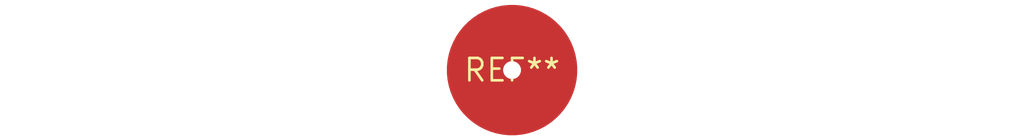
<source format=kicad_pcb>
(kicad_pcb (version 20240108) (generator pcbnew)
  (layers (0 "F.Cu" signal) (31 "B.Cu" signal) (34 "B.Paste" user) (35 "F.Paste" user) (36 "B.SilkS" user "B.Silkscreen") (37 "F.SilkS" user "F.Silkscreen") (38 "B.Mask" user) (39 "F.Mask" user) (44 "Edge.Cuts" user))
  (net 0 "")
  (footprint "Mounting_Wuerth_WA-SMSE-ExternalM3_H6mm_9771060360" (layer "F.Cu") (at 0 0)
    (property "Reference" "REF**")
    (property "Value" "Mounting_Wuerth_WA-SMSE-ExternalM3_H6mm_9771060360")
    (pad "" np_thru_hole circle (at 0 0) (size 1 1) (drill 1) (layers *.Cu *.Mask))
    (pad "1" smd circle (at -2.1 0) (size 2.8 2.8) (layers "F.Cu"))
    (pad "1" smd circle (at 0 -2.1) (size 2.8 2.8) (layers "F.Cu"))
    (pad "1" smd circle (at 0 2.1) (size 2.8 2.8) (layers "F.Cu"))
    (pad "1" smd custom (at 2.1 0) (size 2.8 2.8) (layers "F.Cu" "F.Mask") (options (clearance outline) (anchor circle)) (primitives (gr_circle (center -2.1 0) (end 0 0) (width 3.2) (fill no))))
  )
)
</source>
